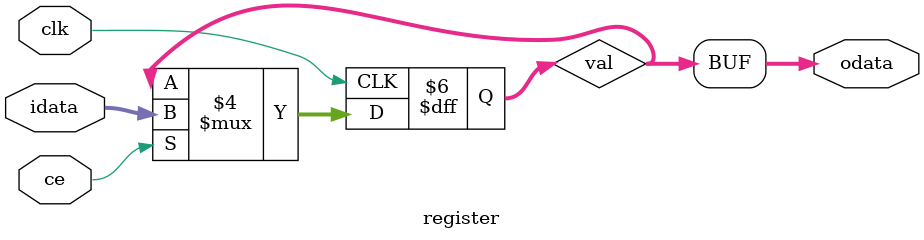
<source format=v>
`timescale 1ns / 1ps


module register #(
    parameter N = 4
)
(
    input clk,
    input ce,
    input [N-1:0] idata,
    output [N-1:0] odata
);

reg [N-1:0] val = 4'b0000;

always @(posedge clk)
begin
    if(ce) val <= idata;
    else val<=val;
end

assign odata = val;
endmodule


</source>
